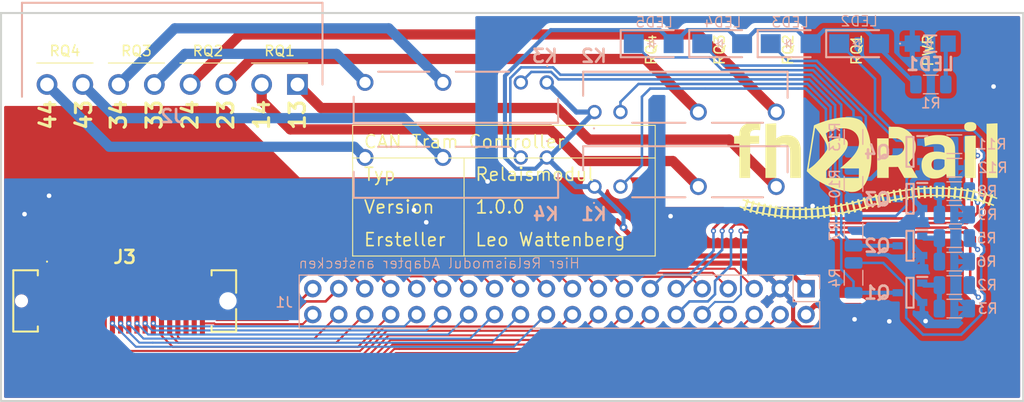
<source format=kicad_pcb>
(kicad_pcb (version 20241229) (generator "pcbnew") (generator_version "9.0")
  (layers (0 "F.Cu" signal) (2 "B.Cu" signal) (13 "F.Paste" user) (15 "B.Paste" user) (5 "F.SilkS" user "F.Silkscreen") (7 "B.SilkS" user "B.Silkscreen") (1 "F.Mask" user) (3 "B.Mask" user) (25 "Edge.Cuts" user))
  (net 0 "")
  (net 1 "Net-(K1-COM)")
  (net 2 "Net-(K3-NO)")
  (net 3 "Net-(K2-COM)")
  (net 4 "Net-(K4-NO)")
  (net 5 "Net-(K4-COM)")
  (net 6 "Net-(K2-NO)")
  (net 7 "Net-(K3-COM)")
  (net 8 "Net-(K1-NO)")
  (net 13 "Net-(K1-COIL_2)")
  (net 14 "Net-(LED3-Pad1)")
  (net 15 "Net-(LED4-Pad1)")
  (net 16 "Net-(LED5-Pad1)")
  (net 17 "Net-(Q1-G)")
  (net 18 "Net-(Q3-G)")
  (net 19 "Net-(Q4-G)")
  (net 20 "+3V3D")
  (net 21 "/CIPO")
  (net 22 "/COPI")
  (net 23 "/INT")
  (net 24 "/RQ1")
  (net 25 "GNDD")
  (net 26 "/SCK")
  (net 27 "+5VD")
  (net 28 "Net-(J1-Pin_34)")
  (net 29 "Net-(J1-Pin_23)")
  (net 30 "Net-(J1-Pin_28)")
  (net 31 "Net-(J1-Pin_15)")
  (net 32 "Net-(J1-Pin_22)")
  (net 33 "Net-(J1-Pin_16)")
  (net 34 "Net-(J1-Pin_35)")
  (net 35 "Net-(J1-Pin_24)")
  (net 36 "Net-(J1-Pin_17)")
  (net 37 "/SCL")
  (net 38 "/EN")
  (net 39 "Net-(J1-Pin_32)")
  (net 40 "Net-(J1-Pin_38)")
  (net 41 "Net-(J1-Pin_21)")
  (net 42 "Net-(J1-Pin_29)")
  (net 43 "Net-(J1-Pin_36)")
  (net 44 "Net-(J1-Pin_26)")
  (net 45 "Net-(J1-Pin_31)")
  (net 46 "Net-(J1-Pin_18)")
  (net 47 "Net-(J1-Pin_37)")
  (net 48 "Net-(J1-Pin_20)")
  (net 49 "Net-(J1-Pin_19)")
  (net 50 "Net-(J1-Pin_27)")
  (net 51 "Net-(J1-Pin_14)")
  (net 52 "Net-(J1-Pin_30)")
  (net 53 "/SDA")
  (net 54 "Net-(J1-Pin_33)")
  (net 55 "Net-(J1-Pin_39)")
  (net 56 "Net-(J1-Pin_25)")
  (net 57 "Net-(K2-COIL_2)")
  (net 58 "Net-(K3-COIL_2)")
  (net 59 "Net-(K4-COIL_2)")
  (net 60 "Net-(LED1-Pad2)")
  (net 61 "Net-(LED2-Pad1)")
  (net 62 "Net-(Q2-G)")
  (net 63 "/RQ2")
  (net 64 "/RQ3")
  (net 65 "/RQ4")
  (footprint "SamacSys_Parts:658855603040" (layer "F.Cu") (at 112.1 95.2)
    (property "Reference" "J3")
    (property "Value" "658855603040" (hide yes))
  )
  (footprint "SamacSys_Parts:fh2rail_Logo" (layer "F.Cu") (at 184.6 82.2)
    (property "Reference" "G***" (hide yes))
    (property "Value" "LOGO" (hide yes))
  )
  (footprint "SamacSys_Parts:LEDC5017X140N" (layer "B.Cu") (at 183.95 70)
    (property "Reference" "LED2")
    (property "Value" "156120YS75000" (hide yes))
  )
  (footprint "Resistor_SMD:R_1206_3216Metric" (layer "B.Cu") (at 183.4 92.9375 -90)
    (property "Reference" "R4")
    (property "Value" "470")
  )
  (footprint "Resistor_SMD:R_1206_3216Metric" (layer "B.Cu") (at 193.2625 84.45 180)
    (property "Reference" "R8")
    (property "Value" "100")
  )
  (footprint "Resistor_SMD:R_1206_3216Metric" (layer "B.Cu") (at 193.2625 86.75)
    (property "Reference" "R9")
    (property "Value" "10k")
  )
  (footprint "Resistor_SMD:R_1206_3216Metric" (layer "B.Cu") (at 190.9625 74)
    (property "Reference" "R1")
    (property "Value" "470")
  )
  (footprint "Resistor_SMD:R_1206_3216Metric" (layer "B.Cu") (at 183.4 83.7375 -90)
    (property "Reference" "R10")
    (property "Value" "470")
  )
  (footprint "SamacSys_Parts:SHDRRA8W80P0X350_1X8_2940X920X690P" (layer "B.Cu") (at 129 74 180)
    (property "Reference" "J2")
    (property "Value" "39502-1008" (hide yes))
  )
  (footprint "Connector_PinSocket_2.54mm:PinSocket_2x20_P2.54mm_Vertical" (layer "B.Cu") (at 178.76 94 90)
    (property "Reference" "J1")
    (property "Value" "Conn_02x20_Odd_Even")
  )
  (footprint "SamacSys_Parts:156120GS75000" (layer "B.Cu") (at 190.9 70)
    (property "Reference" "LED1")
    (property "Value" "156120GS75000" (hide yes))
  )
  (footprint "SamacSys_Parts:PCN105D3MHZ" (layer "B.Cu") (at 153.39 73.8 180)
    (property "Reference" "K3")
    (property "Value" "PCN-105D3MHZ" (hide yes))
  )
  (footprint "SamacSys_Parts:LEDC5017X140N" (layer "B.Cu") (at 163.85 70)
    (property "Reference" "LED5")
    (property "Value" "156120YS75000" (hide yes))
  )
  (footprint "SamacSys_Parts:SOT95P240X120-3N" (layer "B.Cu") (at 188.925 94.4 180)
    (property "Reference" "Q1")
    (property "Value" "2N7002K" (hide yes))
  )
  (footprint "Resistor_SMD:R_1206_3216Metric" (layer "B.Cu") (at 193.2625 91.35)
    (property "Reference" "R6")
    (property "Value" "10k")
  )
  (footprint "SamacSys_Parts:LEDC5017X140N" (layer "B.Cu") (at 170.55 70)
    (property "Reference" "LED4")
    (property "Value" "156120YS75000" (hide yes))
  )
  (footprint "SamacSys_Parts:SOT95P240X120-3N" (layer "B.Cu") (at 188.925 85.2 180)
    (property "Reference" "Q3")
    (property "Value" "2N7002K" (hide yes))
  )
  (footprint "Resistor_SMD:R_1206_3216Metric" (layer "B.Cu") (at 193.2625 93.65)
    (property "Reference" "R2")
    (property "Value" "100")
  )
  (footprint "Resistor_SMD:R_1206_3216Metric" (layer "B.Cu") (at 193.2625 89.05 180)
    (property "Reference" "R5")
    (property "Value" "100")
  )
  (footprint "SamacSys_Parts:PCN105D3MHZ" (layer "B.Cu") (at 153.39 81.15 180)
    (property "Reference" "K4")
    (property "Value" "PCN-105D3MHZ" (hide yes))
  )
  (footprint "SamacSys_Parts:PCN105D3MHZ" (layer "B.Cu") (at 158.06 76.7)
    (property "Reference" "K2")
    (property "Value" "PCN-105D3MHZ" (hide yes))
  )
  (footprint "Resistor_SMD:R_1206_3216Metric" (layer "B.Cu") (at 183.4 88.3375 -90)
    (property "Reference" "R7")
    (property "Value" "470")
  )
  (footprint "SamacSys_Parts:PCN105D3MHZ" (layer "B.Cu") (at 158.06 84)
    (property "Reference" "K1")
    (property "Value" "PCN-105D3MHZ" (hide yes))
  )
  (footprint "Resistor_SMD:R_1206_3216Metric" (layer "B.Cu") (at 193.2625 95.95)
    (property "Reference" "R3")
    (property "Value" "10k")
  )
  (footprint "Resistor_SMD:R_1206_3216Metric" (layer "B.Cu") (at 193.2625 79.85 180)
    (property "Reference" "R11")
    (property "Value" "100")
  )
  (footprint "Resistor_SMD:R_1206_3216Metric" (layer "B.Cu") (at 193.2625 82.15)
    (property "Reference" "R12")
    (property "Value" "10k")
  )
  (footprint "Resistor_SMD:R_1206_3216Metric" (layer "B.Cu") (at 183.4 79.1375 -90)
    (property "Reference" "R13")
    (property "Value" "470")
  )
  (footprint "SamacSys_Parts:LEDC5017X140N" (layer "B.Cu") (at 177.25 70)
    (property "Reference" "LED3")
    (property "Value" "156120YS75000" (hide yes))
  )
  (footprint "SamacSys_Parts:SOT95P240X120-3N" (layer "B.Cu") (at 188.925 89.8 180)
    (property "Reference" "Q2")
    (property "Value" "2N7002K" (hide yes))
  )
  (footprint "SamacSys_Parts:SOT95P240X120-3N" (layer "B.Cu") (at 188.925 80.6 180)
    (property "Reference" "Q4")
    (property "Value" "2N7002K" (hide yes))
  )
  (gr_line (start 103.5 71.9) (end 109 71.9) (stroke (width 0.1)) (layer "F.SilkS"))
  (gr_line (start 117.5 71.9) (end 123 71.9) (stroke (width 0.1)) (layer "F.SilkS"))
  (gr_line (start 110.5 71.9) (end 116 71.9) (stroke (width 0.1)) (layer "F.SilkS"))
  (gr_line (start 124.5 71.9) (end 130 71.9) (stroke (width 0.1)) (layer "F.SilkS"))
  (gr_rect (start 100 67) (end 200 105) (stroke (width 0.2)) (fill no) (layer "Edge.Cuts"))
  (gr_text "PWR" (at 190.7 69 90) (layer "F.SilkS") (effects (font (size 1 1)) (justify right)))
  (gr_text "RQ1" (at 183.7 69 90) (layer "F.SilkS") (effects (font (size 1 1)) (justify right)))
  (gr_text "23" (at 122 78.6 90) (layer "F.SilkS") (effects (font (size 1.5 1.5) (thickness 0.3) (bold yes)) (justify left)))
  (gr_text "14" (at 125.5 78.6 90) (layer "F.SilkS") (effects (font (size 1.5 1.5) (thickness 0.3) (bold yes)) (justify left)))
  (gr_text "RQ3" (at 113.25 71.3 0) (layer "F.SilkS") (effects (font (size 1 1)) (justify bottom)))
  (gr_text "24" (at 118.5 78.6 90) (layer "F.SilkS") (effects (font (size 1.5 1.5) (thickness 0.3) (bold yes)) (justify left)))
  (gr_text "13" (at 129 78.6 90) (layer "F.SilkS") (effects (font (size 1.5 1.5) (thickness 0.3) (bold yes)) (justify left)))
  (gr_text "RQ4" (at 106.25 71.3 0) (layer "F.SilkS") (effects (font (size 1 1)) (justify bottom)))
  (gr_text "RQ1" (at 127.25 71.3 0) (layer "F.SilkS") (effects (font (size 1 1)) (justify bottom)))
  (gr_text "44" (at 104.6 78.6 90) (layer "F.SilkS") (effects (font (size 1.5 1.5) (thickness 0.3) (bold yes)) (justify left)))
  (gr_text "43" (at 108.1 78.6 90) (layer "F.SilkS") (effects (font (size 1.5 1.5) (thickness 0.3) (bold yes)) (justify left)))
  (gr_text "RQ2" (at 177 69 90) (layer "F.SilkS") (effects (font (size 1 1)) (justify right)))
  (gr_text "RQ4" (at 163.6 69 90) (layer "F.SilkS") (effects (font (size 1 1)) (justify right)))
  (gr_text "RQ3" (at 170.3 69 90) (layer "F.SilkS") (effects (font (size 1 1)) (justify right)))
  (gr_text "33" (at 115 78.6 90) (layer "F.SilkS") (effects (font (size 1.5 1.5) (thickness 0.3) (bold yes)) (justify left)))
  (gr_text "RQ2" (at 120.25 71.3 0) (layer "F.SilkS") (effects (font (size 1 1)) (justify bottom)))
  (gr_text "34" (at 111.5 78.6 90) (layer "F.SilkS") (effects (font (size 1.5 1.5) (thickness 0.3) (bold yes)) (justify left)))
  (gr_text "Hier Relaismodul Adapter anstecken" (at 156.7 92.1 0) (layer "B.SilkS") (effects (font (size 1 1) (thickness 0.1)) (justify left bottom mirror)))
  (table (column_count 2) (layer "F.SilkS") (border (external yes) (header yes) (stroke (width 0.1))) (separators (rows no) (cols yes) (stroke (width 0.1))) (column_widths 10.9 18.7) (row_heights 3.2 3.2 3.2 3.2) (cells (table_cell "CAN Tram Controller" (start 134.4 78) (end 164 81.2) (margins 1.0025 1.0025 1.0025 1.0025) (span 2 1) (layer "F.SilkS") (effects (font (size 1.27 1.27)) (justify left))) (table_cell "" (start 145.3 78) (end 164 81.2) (margins 1.0025 1.0025 1.0025 1.0025) (span 0 0) (layer "F.SilkS") (effects (font (size 1.27 1.27)) (justify left))) (table_cell "Typ" (start 134.4 81.2) (end 145.3 84.4) (margins 1.0025 1.0025 1.0025 1.0025) (span 1 1) (layer "F.SilkS") (effects (font (size 1.27 1.27)) (justify left))) (table_cell "Relaismodul" (start 145.3 81.2) (end 164 84.4) (margins 1.0025 1.0025 1.0025 1.0025) (span 1 1) (layer "F.SilkS") (effects (font (size 1.27 1.27)) (justify left))) (table_cell "Version" (start 134.4 84.4) (end 145.3 87.6) (margins 1.0025 1.0025 1.0025 1.0025) (span 1 1) (layer "F.SilkS") (effects (font (size 1.27 1.27)) (justify left))) (table_cell "1.0.0" (start 145.3 84.4) (end 164 87.6) (margins 1.0025 1.0025 1.0025 1.0025) (span 1 1) (layer "F.SilkS") (effects (font (size 1.27 1.27)) (justify left))) (table_cell "Ersteller" (start 134.4 87.6) (end 145.3 90.8) (margins 1.0025 1.0025 1.0025 1.0025) (span 1 1) (layer "F.SilkS") (effects (font (size 1.27 1.27)) (justify left))) (table_cell "Leo Wattenberg" (start 145.3 87.6) (end 164 90.8) (margins 1.0025 1.0025 1.0025 1.0025) (span 1 1) (layer "F.SilkS") (effects (font (size 1.27 1.27)) (justify left)))))
  (segment (start 168.22 84) (end 165.72 81.5) (width 1) (layer "F.Cu") (net 1))
  (segment (start 156.8 81.5) (end 153.7 78.4) (width 1) (layer "F.Cu") (net 1))
  (segment (start 153.7 78.4) (end 128.3 78.4) (width 1) (layer "F.Cu") (net 1))
  (segment (start 165.72 81.5) (end 156.8 81.5) (width 1) (layer "F.Cu") (net 1))
  (segment (start 125.5 75.6) (end 125.5 74) (width 1) (layer "F.Cu") (net 1))
  (segment (start 128.3 78.4) (end 125.5 75.6) (width 1) (layer "F.Cu") (net 1))
  (segment (start 132.81 71) (end 118 71) (width 1) (layer "B.Cu") (net 2))
  (segment (start 118 71) (end 115 74) (width 1) (layer "B.Cu") (net 2))
  (segment (start 135.61 73.8) (end 132.81 71) (width 1) (layer "B.Cu") (net 2))
  (segment (start 124.5 71.5) (end 122 74) (width 1) (layer "F.Cu") (net 3))
  (segment (start 168.22 76.7) (end 163.02 71.5) (width 1) (layer "F.Cu") (net 3))
  (segment (start 163.02 71.5) (end 124.5 71.5) (width 1) (layer "F.Cu") (net 3))
  (segment (start 135.61 81.15) (end 134.56 80.1) (width 1) (layer "B.Cu") (net 4))
  (segment (start 110.6 80.1) (end 104.5 74) (width 1) (layer "B.Cu") (net 4))
  (segment (start 134.56 80.1) (end 110.6 80.1) (width 1) (layer "B.Cu") (net 4))
  (segment (start 111.3 77.3) (end 108 74) (width 1) (layer "B.Cu") (net 5))
  (segment (start 139.38 77.3) (end 111.3 77.3) (width 1) (layer "B.Cu") (net 5))
  (segment (start 143.23 81.15) (end 139.38 77.3) (width 1) (layer "B.Cu") (net 5))
  (segment (start 123.4 69.1) (end 118.5 74) (width 1) (layer "F.Cu") (net 6))
  (segment (start 168.24 69.1) (end 123.4 69.1) (width 1) (layer "F.Cu") (net 6))
  (segment (start 175.84 76.7) (end 168.24 69.1) (width 1) (layer "F.Cu") (net 6))
  (segment (start 143.23 73.8) (end 137.93 68.5) (width 1) (layer "B.Cu") (net 7))
  (segment (start 137.93 68.5) (end 117 68.5) (width 1) (layer "B.Cu") (net 7))
  (segment (start 117 68.5) (end 111.5 74) (width 1) (layer "B.Cu") (net 7))
  (segment (start 175.84 84) (end 171.24 79.4) (width 1) (layer "F.Cu") (net 8))
  (segment (start 154.4 76.3) (end 131.3 76.3) (width 1) (layer "F.Cu") (net 8))
  (segment (start 171.24 79.4) (end 157.5 79.4) (width 1) (layer "F.Cu") (net 8))
  (segment (start 129 73.6) (end 129 74) (width 1) (layer "F.Cu") (net 8))
  (segment (start 131.3 76.3) (end 129 74) (width 1) (layer "F.Cu") (net 8))
  (segment (start 157.5 79.4) (end 154.4 76.3) (width 1) (layer "F.Cu") (net 8))
  (segment (start 180.7 76.39938) (end 178.70062 74.4) (width 0.25) (layer "B.Cu") (net 13))
  (segment (start 163.5 74.4) (end 162.7 75.2) (width 0.25) (layer "B.Cu") (net 13))
  (segment (start 183.4 93.3) (end 182.2 92.1) (width 0.25) (layer "B.Cu") (net 13))
  (segment (start 162.7 81.9) (end 160.6 84) (width 0.25) (layer "B.Cu") (net 13))
  (segment (start 178 74.4) (end 168.89224 74.4) (width 0.25) (layer "B.Cu") (net 13))
  (segment (start 181.7 88.7) (end 181.7 84.8) (width 0.25) (layer "B.Cu") (net 13))
  (segment (start 162.7 75.2) (end 162.7 81.9) (width 0.25) (layer "B.Cu") (net 13))
  (segment (start 178.70062 74.4) (end 178 74.4) (width 0.25) (layer "B.Cu") (net 13))
  (segment (start 182.2 92.1) (end 182.2 89.2) (width 0.25) (layer "B.Cu") (net 13))
  (segment (start 187.725 94.4) (end 183.4 94.4) (width 0.4) (layer "B.Cu") (net 13))
  (segment (start 180.7 83.8) (end 180.7 76.39938) (width 0.25) (layer "B.Cu") (net 13))
  (segment (start 183.4 94.4) (end 183.4 93.3) (width 0.25) (layer "B.Cu") (net 13))
  (segment (start 182.2 89.2) (end 181.7 88.7) (width 0.25) (layer "B.Cu") (net 13))
  (segment (start 181.7 84.8) (end 180.7 83.8) (width 0.25) (layer "B.Cu") (net 13))
  (segment (start 168.89224 74.4) (end 163.5 74.4) (width 0.25) (layer "B.Cu") (net 13))
  (segment (start 188.8 83.009827) (end 188.599 83.210827) (width 0.25) (layer "B.Cu") (net 14))
  (segment (start 188.2 79.5) (end 188.8 80.1) (width 0.25) (layer "B.Cu") (net 14))
  (segment (start 187.6 79.5) (end 188.2 79.5) (width 0.25) (layer "B.Cu") (net 14))
  (segment (start 185.051 76.93059) (end 185.051 76.951) (width 0.25) (layer "B.Cu") (net 14))
  (segment (start 188.6 85.290173) (end 188.6 85.827) (width 0.25) (layer "B.Cu") (net 14))
  (segment (start 188.8 80.1) (end 188.8 83.009827) (width 0.25) (layer "B.Cu") (net 14))
  (segment (start 176.997 71.697) (end 179.81741 71.697) (width 0.25) (layer "B.Cu") (net 14))
  (segment (start 185.051 76.951) (end 187.6 79.5) (width 0.25) (layer "B.Cu") (net 14))
  (segment (start 179.81741 71.697) (end 185.051 76.93059) (width 0.25) (layer "B.Cu") (net 14))
  (segment (start 188.6 85.827) (end 187.552 86.875) (width 0.25) (layer "B.Cu") (net 14))
  (segment (start 188.599 83.210827) (end 188.599 85.289173) (width 0.25) (layer "B.Cu") (net 14))
  (segment (start 175.3 70) (end 176.997 71.697) (width 0.25) (layer "B.Cu") (net 14))
  (segment (start 188.599 85.289173) (end 188.6 85.290173) (width 0.25) (layer "B.Cu") (net 14))
  (segment (start 187.552 86.875) (end 183.4 86.875) (width 0.25) (layer "B.Cu") (net 14))
  (segment (start 169.499 70.899) (end 169.500414 70.899) (width 0.25) (layer "B.Cu") (net 15))
  (segment (start 170.749414 72.148) (end 179.6306 72.148) (width 0.25) (layer "B.Cu") (net 15))
  (segment (start 184.275 82.275) (end 183.4 82.275) (width 0.25) (layer "B.Cu") (net 15))
  (segment (start 184.601 81.949) (end 184.275 82.275) (width 0.25) (layer "B.Cu") (net 15))
  (segment (start 179.6306 72.148) (end 184.6 77.1174) (width 0.25) (layer "B.Cu") (net 15))
  (segment (start 184.6 78.53781) (end 184.601 78.53881) (width 0.25) (layer "B.Cu") (net 15))
  (segment (start 168.6 70) (end 169.499 70.899) (width 0.25) (layer "B.Cu") (net 15))
  (segment (start 184.601 78.53881) (end 184.601 81.949) (width 0.25) (layer "B.Cu") (net 15))
  (segment (start 184.6 77.1174) (end 184.6 78.53781) (width 0.25) (layer "B.Cu") (net 15))
  (segment (start 169.500414 70.899) (end 170.749414 72.148) (width 0.25) (layer "B.Cu") (net 15))
  (segment (start 169.313604 71.35) (end 163.3 71.35) (width 0.25) (layer "B.Cu") (net 16))
  (segment (start 170.562604 72.599) (end 169.313604 71.35) (width 0.25) (layer "B.Cu") (net 16))
  (segment (start 179.445204 72.599) (end 170.562604 72.599) (width 0.25) (layer "B.Cu") (net 16))
  (segment (start 161.95 70) (end 161.9 70) (width 0.25) (layer "B.Cu") (net 16))
  (segment (start 183.4 77.675) (end 183.4 76.553796) (width 0.25) (layer "B.Cu") (net 16))
  (segment (start 183.4 76.553796) (end 179.445204 72.599) (width 0.25) (layer "B.Cu") (net 16))
  (segment (start 163.3 71.35) (end 161.95 70) (width 0.25) (layer "B.Cu") (net 16))
  (segment (start 190.325 93.65) (end 190.125 93.45) (width 0.5) (layer "B.Cu") (net 17))
  (segment (start 191.8 93.65) (end 190.325 93.65) (width 0.5) (layer "B.Cu") (net 17))
  (segment (start 191.8 95.95) (end 191.8 93.65) (width 0.5) (layer "B.Cu") (net 17))
  (segment (start 190.325 84.45) (end 190.125 84.25) (width 0.5) (layer "B.Cu") (net 18))
  (segment (start 191.8 84.45) (end 190.325 84.45) (width 0.5) (layer "B.Cu") (net 18))
  (segment (start 191.8 84.45) (end 191.8 86.75) (width 0.5) (layer "B.Cu") (net 18))
  (segment (start 190.325 79.85) (end 190.125 79.65) (width 0.5) (layer "B.Cu") (net 19))
  (segment (start 191.8 79.85) (end 191.8 82.15) (width 0.5) (layer "B.Cu") (net 19))
  (segment (start 191.8 79.85) (end 190.325 79.85) (width 0.5) (layer "B.Cu") (net 19))
  (segment (start 109.299999 103.699999) (end 104.5 98.9) (width 0.5) (layer "F.Cu") (net 20))
  (segment (start 184.8 98.1) (end 183.9 99) (width 0.5) (layer "F.Cu") (net 20))
  (segment (start 184.8 96.4) (end 184.8 98.1) (width 0.5) (layer "F.Cu") (net 20))
  (segment (start 183.9 99) (end 181.5 101.4) (width 0.5) (layer "F.Cu") (net 20))
  (segment (start 179.61 95.65) (end 184.05 95.65) (width 0.5) (layer "F.Cu") (net 20))
  (segment (start 184.05 95.65) (end 184.8 96.4) (width 0.5) (layer "F.Cu") (net 20))
  (segment (start 139.2 101.4) (end 136.900001 103.699999) (width 0.5) (layer "F.Cu") (net 20))
  (segment (start 178.76 96.5) (end 179.61 95.65) (width 0.5) (layer "F.Cu") (net 20))
  (segment (start 163.5 101.4) (end 139.2 101.4) (width 0.5) (layer "F.Cu") (net 20))
  (segment (start 136.900001 103.699999) (end 109.299999 103.699999) (width 0.5) (layer "F.Cu") (net 20))
  (segment (start 181.5 101.4) (end 163.5 101.4) (width 0.5) (layer "F.Cu") (net 20))
  (segment (start 104.5 97.4) (end 104.5 97.5) (width 0.2) (layer "F.Cu") (net 20))
  (segment (start 104.5 98.9) (end 104.5 97.4) (width 0.5) (layer "F.Cu") (net 20))
  (segment (start 159.490199 88.796) (end 151.594356 88.796) (width 0.2) (layer "F.Cu") (net 21))
  (segment (start 162.742199 92.048) (end 159.490199 88.796) (width 0.2) (layer "F.Cu") (net 21))
  (segment (start 150.598582 88.795998) (end 150.59858 88.796) (width 0.2) (layer "F.Cu") (net 21))
  (segment (start 136.120319 86.494998) (end 136.120316 86.495001) (width 0.2) (layer "F.Cu") (net 21))
  (segment (start 106.1 91.8) (end 106.1 93) (width 0.2) (layer "F.Cu") (net 21))
  (segment (start 111.871213 86.496001) (end 111.403999 86.496001) (width 0.2) (layer "F.Cu") (net 21))
  (segment (start 137.447465 86.495001) (end 137.447461 86.494998) (width 0.2) (layer "F.Cu") (net 21))
  (segment (start 150.59858 88.796) (end 141.724196 88.796) (width 0.2) (layer "F.Cu") (net 21))
  (segment (start 111.403999 86.496001) (end 106.1 91.8) (width 0.2) (layer "F.Cu") (net 21))
  (segment (start 111.872214 86.495) (end 111.871213 86.496001) (width 0.2) (layer "F.Cu") (net 21))
  (segment (start 137.447461 86.494998) (end 136.120319 86.494998) (width 0.2) (layer "F.Cu") (net 21))
  (segment (start 139.423196 86.495002) (end 137.447465 86.495001) (width 0.2) (layer "F.Cu") (net 21))
  (segment (start 151.594354 88.795998) (end 150.598582 88.795998) (width 0.2) (layer "F.Cu") (net 21))
  (segment (start 151.594356 88.796) (end 151.594354 88.795998) (width 0.2) (layer "F.Cu") (net 21))
  (segment (start 136.120316 86.495001) (end 111.872214 86.495) (width 0.2) (layer "F.Cu") (net 21))
  (segment (start 173.68 93.96) (end 171.768 92.048) (width 0.2) (layer "F.Cu") (net 21))
  (segment (start 141.724196 88.796) (end 139.423196 86.495002) (width 0.2) (layer "F.Cu") (net 21))
  (segment (start 171.768 92.048) (end 162.742199 92.048) (width 0.2) (layer "F.Cu") (net 21))
  (segment (start 174.629 98.091) (end 172.018 100.702) (width 0.2) (layer "F.Cu") (net 22))
  (segment (start 138.799864 100.702) (end 136.545864 102.956) (width 0.2) (layer "F.Cu") (net 22))
  (segment (start 105.3 98.8) (end 105.3 97.4) (width 0.2) (layer "F.Cu") (net 22))
  (segment (start 172.018 100.702) (end 162.990785 100.702) (width 0.2) (layer "F.Cu") (net 22))
  (segment (start 162.990785 100.702) (end 138.799864 100.702) (width 0.2) (layer "F.Cu") (net 22))
  (segment (start 136.545864 102.956) (end 109.456 102.956) (width 0.2) (layer "F.Cu") (net 22))
  (segment (start 176.22 96.5) (end 174.629 98.091) (width 0.2) (layer "F.Cu") (net 22))
  (segment (start 109.456 102.956) (end 105.3 98.8) (width 0.2) (layer "F.Cu") (net 22))
  (segment (start 112.037899 86.895001) (end 136.286002 86.895001) (width 0.2) (layer "F.Cu") (net 23))
  (segment (start 106.9 91.8) (end 111.803999 86.896001) (width 0.2) (layer "F.Cu") (net 23))
  (segment (start 137.28178 86.895001) (end 139.25751 86.895002) (width 0.2) (layer "F.Cu") (net 23))
  (segment (start 136.286005 86.894998) (end 137.281776 86.894998) (width 0.2) (layer "F.Cu") (net 23))
  (segment (start 139.25751 86.895002) (end 141.55851 89.196) (width 0.2) (layer "F.Cu") (net 23))
  (segment (start 141.55851 89.196) (end 159.3231 89.196) (width 0.2) (layer "F.Cu") (net 23))
  (segment (start 162.5751 92.448) (end 169.628 92.448) (width 0.2) (layer "F.Cu") (net 23))
  (segment (start 159.3231 89.196) (end 162.5751 92.448) (width 0.2) (layer "F.Cu") (net 23))
  (segment (start 112.036899 86.896001) (end 112.037899 86.895001) (width 0.2) (layer "F.Cu") (net 23))
  (segment (start 169.628 92.448) (end 171.14 93.96) (width 0.2) (layer "F.Cu") (net 23))
  (segment (start 111.803999 86.896001) (end 112.036899 86.896001) (width 0.2) (layer "F.Cu") (net 23))
  (segment (start 137.281776 86.894998) (end 137.28178 86.895001) (width 0.2) (layer "F.Cu") (net 23))
  (segment (start 136.286002 86.895001) (end 136.286005 86.894998) (width 0.2) (layer "F.Cu") (net 23))
  (segment (start 106.9 93) (end 106.9 91.8) (width 0.2) (layer "F.Cu") (net 23))
  (segment (start 172.762399 88.473001) (end 194.135191 88.473001) (width 0.25) (layer "F.Cu") (net 24))
  (segment (start 194.135191 88.473001) (end 194.815526 89.153336) (width 0.25) (layer "F.Cu") (net 24))
  (segment (start 194.815526 94.040767) (end 195.61195 94.837191) (width 0.25) (layer "F.Cu") (net 24))
  (segment (start 172.388068 88.348001) (end 172.512068 88.472001) (width 0.25) (layer "F.Cu") (net 24))
  (segment (start 194.815526 89.153336) (end 194.815526 94.040767) (width 0.25) (layer "F.Cu") (net 24))
  (segment (start 172.761399 88.472001) (end 172.762399 88.473001) (width 0.25) (layer "F.Cu") (net 24))
  (segment (start 172.512068 88.472001) (end 172.761399 88.472001) (width 0.25) (layer "F.Cu") (net 24))
  (via (at 172.388068 88.348001) (size 0.5) (drill 0.25) (layers "F.Cu" "B.Cu") (net 24))
  (via (at 195.61195 94.837191) (size 0.5) (drill 0.25) (layers "F.Cu" "B.Cu") (net 24))
  (segment (start 172.388068 94.561932) (end 171.65 95.3) (width 0.2) (layer "B.Cu") (net 24))
  (segment (start 169.84 95.3) (end 168.6 96.54) (width 0.2) (layer "B.Cu") (net 24))
  (segment (start 195.2875 94.512741) (end 195.61195 94.837191) (width 0.25) (layer "B.Cu") (net 24))
  (segment (start 171.65 95.3) (end 169.84 95.3) (width 0.2) (layer "B.Cu") (net 24))
  (segment (start 195.2875 94.2125) (end 195.2875 94.512741) (width 0.25) (layer "B.Cu") (net 24))
  (segment (start 172.388068 88.348001) (end 172.388068 94.561932) (width 0.2) (layer "B.Cu") (net 24))
  (segment (start 194.725 93.65) (end 195.2875 94.2125) (width 0.25) (layer "B.Cu") (net 24))
  (segment (start 150.689361 88.052843) (end 142.601725 88.052843) (width 0.5) (layer "F.Cu") (net 25))
  (segment (start 176.22 93.96) (end 173.758 91.498) (width 0.5) (layer "F.Cu") (net 25))
  (segment (start 159.52286 88.050843) (end 151.851991 88.050843) (width 0.5) (layer "F.Cu") (net 25))
  (segment (start 176.22 93.96) (end 177.488399 95.228399) (width 0.4) (layer "F.Cu") (net 25))
  (segment (start 141.6 87.5) (end 140.4 86.3) (width 0.5) (layer "F.Cu") (net 25))
  (segment (start 140.044001 85.944001) (end 111.176768 85.944) (width 0.5) (layer "F.Cu") (net 25))
  (segment (start 111.176768 85.944) (end 105.3 91.820768) (width 0.5) (layer "F.Cu") (net 25))
  (segment (start 162.970017 91.498) (end 159.52286 88.050843) (width 0.5) (layer "F.Cu") (net 25))
  (segment (start 150.689363 88.052845) (end 150.689361 88.052843) (width 0.5) (layer "F.Cu") (net 25))
  (segment (start 105.3 91.820768) (end 105.3 93) (width 0.5) (layer "F.Cu") (net 25))
  (segment (start 142.150843 88.050843) (end 141.6 87.5) (width 0.5) (layer "F.Cu") (net 25))
  (segment (start 142.601725 88.052843) (end 142.599725 88.050843) (width 0.5) (layer "F.Cu") (net 25))
  (segment (start 105.3 93) (end 105.3 95.05) (width 0.5) (layer "F.Cu") (net 25))
  (segment (start 140.4 86.3) (end 140.044001 85.944001) (width 0.5) (layer "F.Cu") (net 25))
  (segment (start 177.488399 97.037581) (end 178.241818 97.791) (width 0.4) (layer "F.Cu") (net 25))
  (segment (start 151.851991 88.050843) (end 151.84999 88.052842) (width 0.5) (layer "F.Cu") (net 25))
  (segment (start 182.709 97.791) (end 183.5 97) (width 0.4) (layer "F.Cu") (net 25))
  (segment (start 142.599725 88.050843) (end 142.150843 88.050843) (width 0.5) (layer "F.Cu") (net 25))
  (segment (start 151.84999 88.052842) (end 150.689363 88.052845) (width 0.5) (layer "F.Cu") (net 25))
  (segment (start 173.758 91.498) (end 162.970017 91.498) (width 0.5) (layer "F.Cu") (net 25))
  (segment (start 177.488399 95.228399) (end 177.488399 97.037581) (width 0.4) (layer "F.Cu") (net 25))
  (segment (start 178.241818 97.791) (end 182.709 97.791) (width 0.4) (layer "F.Cu") (net 25))
  (via (at 165.5 86.9) (size 1) (drill 0.45) (layers "F.Cu" "B.Cu") (net 25))
  (via (at 183.5 97) (size 1) (drill 0.45) (layers "F.Cu" "B.Cu") (net 25))
  (via (at 179.4 85.9) (size 1) (drill 0.45) (layers "F.Cu" "B.Cu") (net 25))
  (via (at 141.6 87.5) (size 1) (drill 0.45) (layers "F.Cu" "B.Cu") (net 25))
  (via (at 197.1 74.2) (size 1) (drill 0.45) (layers "F.Cu" "B.Cu") (net 25))
  (via (at 147.6 83.5) (size 1) (drill 0.45) (layers "F.Cu" "B.Cu") (net 25))
  (via (at 190.45 97.177129) (size 1) (drill 0.45) (layers "F.Cu" "B.Cu") (net 25))
  (via (at 140.4 86.3) (size 1) (drill 0.45) (layers "F.Cu" "B.Cu") (net 25))
  (via (at 104.7 84.9) (size 1) (drill 0.45) (layers "F.Cu" "B.Cu") (net 25))
  (via (at 102.3 86.7) (size 1) (drill 0.45) (layers "F.Cu" "B.Cu") (net 25))
  (via (at 186.9 97.2) (size 1) (drill 0.45) (layers "F.Cu" "B.Cu") (net 25))
  (segment (start 194.725 82.15) (end 193.7115 83.1635) (width 0.5) (layer "B.Cu") (net 25))
  (segment (start 193.7115 87.7635) (end 193.7115 90.3365) (width 0.5) (layer "B.Cu") (net 25))
  (segment (start 189.174 85.051) (end 189.174 83.449) (width 0.5) (layer "B.Cu") (net 25))
  (segment (start 190.125 86.15) (end 189.375 85.4) (width 0.5) (layer "B.Cu") (net 25))
  (segment (start 190.125 96.852129) (end 190.45 97.177129) (width 0.4) (layer "B.Cu") (net 25))
  (segment (start 194.725 95.95) (end 193.399 97.276) (width 0.5) (layer "B.Cu") (net 25))
  (segment (start 190.125 82.498) (end 190.125 81.55) (width 0.5) (layer "B.Cu") (net 25))
  (segment (start 193.7115 92.3635) (end 193.7115 94.9365) (width 0.5) (layer "B.Cu") (net 25))
  (segment (start 193.7115 83.1635) (end 193.7115 85.7365) (width 0.5) (layer "B.Cu") (net 25))
  (segment (start 190.125 95.35) (end 190.125 96.852129) (width 0.4) (layer "B.Cu") (net 25))
  (segment (start 189.174 89.799) (end 189.174 87.101) (width 0.5) (layer "B.Cu") (net 25))
  (segment (start 194.725 86.75) (end 193.7115 87.7635) (width 0.5) (layer "B.Cu") (net 25))
  (segment (start 193.7115 85.7365) (end 194.725 86.75) (width 0.5) (layer "B.Cu") (net 25))
  (segment (start 193.7115 94.9365) (end 194.725 95.95) (width 0.5) (layer "B.Cu") (net 25))
  (segment (start 190.125 96.210792) (end 190.125 95.35) (width 0.5) (layer "B.Cu") (net 25))
  (segment (start 193.7115 90.3365) (end 194.725 91.35) (width 0.5) (layer "B.Cu") (net 25))
  (segment (start 189.7115 82.9115) (end 190.125 82.498) (width 0.5) (layer "B.Cu") (net 25))
  (segment (start 190.125 90.75) (end 189.174 89.799) (width 0.5) (layer "B.Cu") (net 25))
  (segment (start 190.125 95.35) (end 189.174 94.399) (width 0.5) (layer "B.Cu") (net 25))
  (segment (start 189.375 85.051) (end 189.174 85.051) (width 0.5) (layer "B.Cu") (net 25))
  (segment (start 189.375 85.4) (end 189.375 85.051) (width 0.5) (layer "B.Cu") (net 25))
  (segment (start 191.190208 97.276) (end 190.125 96.210792) (width 0.5) (layer "B.Cu") (net 25))
  (segment (start 193.399 97.276) (end 191.190208 97.276) (width 0.5) (layer "B.Cu") (net 25))
  (segment (start 194.725 91.35) (end 193.7115 92.3635) (width 0.5) (layer "B.Cu") (net 25))
  (segment (start 189.174 94.399) (end 189.174 91.701) (width 0.5) (layer "B.Cu") (net 25))
  (segment (start 189.174 87.101) (end 190.125 86.15) (width 0.5) (layer "B.Cu") (net 25))
  (segment (start 189.174 91.701) (end 190.125 90.75) (width 0.5) (layer "B.Cu") (net 25))
  (segment (start 189.174 83.449) (end 189.7115 82.9115) (width 0.5) (layer "B.Cu") (net 25))
  (segment (start 106.1 98.6) (end 106.1 97.4) (width 0.2) (layer "F.Cu") (net 26))
  (segment (start 173.68 96.5) (end 172.489 97.691) (width 0.2) (layer "F.Cu") (net 26))
  (segment (start 138.634178 100.302) (end 136.380179 102.556) (width 0.2) (layer "F.Cu") (net 26))
  (segment (start 110.13686 102.555) (end 110.055 102.555) (width 0.2) (layer "F.Cu") (net 26))
  (segment (start 110.13786 102.556) (end 110.13686 102.555) (width 0.2) (layer "F.Cu") (net 26))
  (segment (start 110.055 102.555) (end 106.1 98.6) (width 0.2) (layer "F.Cu") (net 26))
  (segment (start 162.8251 100.302) (end 138.634178 100.302) (width 0.2) (layer "F.Cu") (net 26))
  (segment (start 136.380179 102.556) (end 110.13786 102.556) (width 0.2) (layer "F.Cu") (net 26))
  (segment (start 172.489 97.691) (end 169.878 100.302) (width 0.2) (layer "F.Cu") (net 26))
  (segment (start 169.878 100.302) (end 162.8251 100.302) (width 0.2) (layer "F.Cu") (net 26))
  (segment (start 104.5 91.629404) (end 104.5 93.2) (width 0.5) (layer "F.Cu") (net 27))
  (segment (start 142.3 86.785786) (end 140.757215 85.243001) (width 0.5) (layer "F.Cu") (net 27))
  (segment (start 163.587948 90.798) (end 160.894974 88.105026) (width 0.5) (layer "F.Cu") (net 27))
  (segment (start 160.894974 87.999) (end 160.245817 87.349843) (width 0.5) (layer "F.Cu") (net 27))
  (segment (start 178.76 93.96) (end 175.598 90.798) (width 0.5) (layer "F.Cu") (net 27))
  (segment (start 151.56004 87.352842) (end 142.891675 87.352843) (width 0.5) (layer "F.Cu") (net 27))
  (segment (start 142.324618 86.785786) (end 142.3 86.785786) (width 0.5) (layer "F.Cu") (net 27))
  (segment (start 160.245817 87.349843) (end 151.563038 87.349843) (width 0.5) (layer "F.Cu") (net 27))
  (segment (start 175.598 90.798) (end 163.587948 90.798) (width 0.5) (layer "F.Cu") (net 27))
  (segment (start 140.757215 85.243001) (end 110.886404 85.243) (width 0.5) (layer "F.Cu") (net 27))
  (segment (start 110.886404 85.243) (end 104.5 91.629404) (width 0.5) (layer "F.Cu") (net 27))
  (segment (start 151.563038 87.349843) (end 151.56004 87.352842) (width 0.5) (layer "F.Cu") (net 27))
  (segment (start 160.894974 88.105026) (end 160.894974 87.999) (width 0.5) (layer "F.Cu") (net 27))
  (segment (start 142.891675 87.352843) (end 142.324618 86.785786) (width 0.5) (layer "F.Cu") (net 27))
  (via (at 160.894974 87.999) (size 0.75) (drill 0.35) (layers "F.Cu" "B.Cu") (net 27))
  (segment (start 167.126 68.674) (end 165.8 70) (width 0.4) (layer "B.Cu") (net 27))
  (segment (start 173.826 68.674) (end 172.5 70) (width 0.4) (layer "B.Cu") (net 27))
  (segment (start 160.894974 86.834974) (end 160.894974 87.999) (width 0.4) (layer "B.Cu") (net 27))
  (segment (start 153.39 81.15) (end 156.24 84) (width 0.5) (layer "B.Cu") (net 27))
  (segment (start 152.289 82.251) (end 153.39 81.15) (width 0.4) (layer "B.Cu") (net 27))
  (segment (start 150.39395 82.251) (end 152.289 82.251) (width 0.4) (layer "B.Cu") (net 27))
  (segment (start 156.29 76.7) (end 158.06 76.7) (width 0.5) (layer "B.Cu") (net 27))
  (segment (start 153.39 73.8) (end 156.29 76.7) (width 0.5) (layer "B.Cu") (net 27))
  (segment (start 149.299 81.15605) (end 150.39395 82.251) (width 0.4) (layer "B.Cu") (net 27))
  (segment (start 171.174 68.674) (end 167.126 68.674) (width 0.4) (layer "B.Cu") (net 27))
  (segment (start 158.06 84) (end 160.894974 86.834974) (width 0.4) (layer "B.Cu") (net 27))
  (segment (start 185.9 70) (end 184.574 68.674) (width 0.4) (layer "B.Cu") (net 27))
  (segment (start 172.5 70) (end 171.174 68.674) (width 0.4) (layer "B.Cu") (net 27))
  (segment (start 185.9 70) (end 185.9 70.4) (width 0.4) (layer "B.Cu") (net 27))
  (segment (start 177.874 68.674) (end 173.826 68.674) (width 0.4) (layer "B.Cu") (net 27))
  (segment (start 180.526 68.674) (end 179.2 70) (width 0.4) (layer "B.Cu") (net 27))
  (segment (start 185.9 70.4) (end 189.5 74) (width 0.4) (layer "B.Cu") (net 27))
  (segment (start 149.299 73.157554) (end 149.299 81.15605) (width 0.4) (layer "B.Cu") (net 27))
  (segment (start 184.574 68.674) (end 180.526 68.674) (width 0.4) (layer "B.Cu") (net 27))
  (segment (start 179.2 70) (end 177.874 68.674) (width 0.4) (layer "B.Cu") (net 27))
  (segment (start 164.474 68.674) (end 153.782554 68.674) (width 0.4) (layer "B.Cu") (net 27))
  (segment (start 153.782554 68.674) (end 149.299 73.157554) (width 0.4) (layer "B.Cu") (net 27))
  (segment (start 165.8 70) (end 164.474 68.674) (width 0.4) (layer "B.Cu") (net 27))
  (segment (start 153.61 81.15) (end 153.39 81.15) (width 0.5) (layer "B.Cu") (net 27))
  (segment (start 156.24 84) (end 158.06 84) (width 0.5) (layer "B.Cu") (net 27))
  (segment (start 158.06 76.7) (end 153.61 81.15) (width 0.5) (layer "B.Cu") (net 27))
  (segment (start 115.7 98.6) (end 115.7 97.4) (width 0.2) (layer "F.Cu") (net 28))
  (segment (start 134.919 99.701) (end 116.801 99.701) (width 0.2) (layer "F.Cu") (net 28))
  (segment (start 116.801 99.701) (end 115.7 98.6) (width 0.2) (layer "F.Cu") (net 28))
  (segment (start 138.12 96.5) (end 134.919 99.701) (width 0.2) (layer "F.Cu") (net 28))
  (segment (start 114.202 89.298) (end 111.7 91.8) (width 0.2) (layer "F.Cu") (net 29))
  (segment (start 140.563159 91.599) (end 138.263154 89.299) (width 0.2) (layer "F.Cu") (net 29))
  (segment (start 111.7 91.8) (end 111.7 93) (width 0.2) (layer "F.Cu") (net 29))
  (segment (start 136.28642 89.298) (end 114.202 89.298) (width 0.2) (layer "F.Cu") (net 29))
  (segment (start 150.82 93.96) (end 148.459 91.599) (width 0.2) (layer "F.Cu") (net 29))
  (segment (start 136.28742 89.299) (end 136.28642 89.298) (width 0.2) (layer "F.Cu") (net 29))
  (segment (start 148.459 91.599) (end 140.563159 91.599) (width 0.2) (layer "F.Cu") (net 29))
  (segment (start 138.263154 89.299) (end 136.28742 89.299) (width 0.2) (layer "F.Cu") (net 29))
  (via (at 113.3 97.4) (size 0.5) (drill 0.25) (layers "F.Cu" "B.Cu") (net 30))
  (segment (start 145.74 96.5) (end 143.749 98.491) (width 0.2) (layer "B.Cu") (net 30))
  (segment (start 143.749 98.491) (end 114.391 98.491) (width 0.2) (layer "B.Cu") (net 30))
  (segment (start 114.391 98.491) (end 113.3 97.4) (width 0.2) (layer "B.Cu") (net 30))
  (segment (start 160.98 93.96) (end 157.017 89.997) (width 0.2) (layer "F.Cu") (net 31))
  (segment (start 157.017 89.997) (end 141.226724 89.997) (width 0.2) (layer "F.Cu") (net 31))
  (segment (start 108.5 91.8) (end 108.5 93) (width 0.2) (layer "F.Cu") (net 31))
  (segment (start 112.603998 87.696002) (end 108.5 91.8) (width 0.2) (layer "F.Cu") (net 31))
  (segment (start 141.226724 89.997) (end 138.925725 87.696002) (width 0.2) (layer "F.Cu") (net 31))
  (segment (start 138.925725 87.696002) (end 112.603998 87.696002) (width 0.2) (layer "F.Cu") (net 31))
  (segment (start 152.16 97.7) (end 153.36 96.5) (width 0.2) (layer "F.Cu") (net 32))
  (segment (start 110.9 99.1) (end 111.901 100.101) (width 0.2) (layer "F.Cu") (net 32))
  (segment (start 111.901 100.101) (end 135.121454 100.101) (width 0.2) (layer "F.Cu") (net 32))
  (segment (start 137.522454 97.7) (end 152.16 97.7) (width 0.2) (layer "F.Cu") (net 32))
  (segment (start 110.9 97.4) (end 110.9 99.1) (width 0.2) (layer "F.Cu") (net 32))
  (segment (start 135.121454 100.101) (end 137.522454 97.7) (width 0.2) (layer "F.Cu") (net 32))
  (via (at 110.9 97.4) (size 0.5) (drill 0.25) (layers "F.Cu" "B.Cu") (net 32))
  (segment (start 110.9 97.4) (end 113.191002 99.691002) (width 0.2) (layer "B.Cu") (net 32))
  (segment (start 113.191002 99.691002) (end 150.168998 99.691002) (width 0.2) (layer "B.Cu") (net 32))
  (segment (start 150.168998 99.691002) (end 153.36 96.5) (width 0.2) (layer "B.Cu") (net 32))
  (segment (start 108.5 97.4) (end 108.5 98.899999) (width 0.2) (layer "F.Cu") (net 33))
  (segment (start 158.454 99.026) (end 160.98 96.5) (width 0.2) (layer "F.Cu") (net 33))
  (segment (start 108.5 98.899999) (end 110.900999 101.300999) (width 0.2) (layer "F.Cu") (net 33))
  (segment (start 138.105642 99.026) (end 158.454 99.026) (width 0.2) (layer "F.Cu") (net 33))
  (segment (start 110.900999 101.300999) (end 135.830642 101.301) (width 0.2) (layer "F.Cu") (net 33))
  (segment (start 135.830642 101.301) (end 138.105642 99.026) (width 0.2) (layer "F.Cu") (net 33))
  (segment (start 135.58 93.96) (end 133.32 91.7) (width 0.2) (layer "F.Cu") (net 34))
  (segment (start 116.6 91.7) (end 116.5 91.8) (width 0.2) (layer "F.Cu") (net 34))
  (segment (start 133.32 91.7) (end 116.6 91.7) (width 0.2) (layer "F.Cu") (net 34))
  (segment (start 116.5 91.8) (end 116.5 93) (width 0.2) (layer "F.Cu") (net 34))
  (via (at 111.7 97.4) (size 0.5) (drill 0.25) (layers "F.Cu" "B.Cu") (net 35))
  (segment (start 113.541002 99.291002) (end 111.7 97.45) (width 0.2) (layer "B.Cu") (net 35))
  (segment (start 111.7 97.45) (end 111.7 97.4) (width 0.2) (layer "B.Cu") (net 35))
  (segment (start 148.028998 99.291002) (end 114.843309 99.291) (width 0.2) (layer "B.Cu") (net 35))
  (segment (start 114.843309 99.291) (end 114.843307 99.291002) (width 0.2) (layer "B.Cu") (net 35))
  (segment (start 150.82 96.5) (end 148.028998 99.291002) (width 0.2) (layer "B.Cu") (net 35))
  (segment (start 114.843307 99.291002) (end 113.541002 99.291002) (width 0.2) (layer "B.Cu") (net 35))
  (segment (start 138.76004 88.096002) (end 113.003998 88.096002) (width 0.2) (layer "F.Cu") (net 36))
  (segment (start 113.003998 88.096002) (end 109.3 91.8) (width 0.2) (layer "F.Cu") (net 36))
  (segment (start 141.061038 90.397) (end 138.76004 88.096002) (width 0.2) (layer "F.Cu") (net 36))
  (segment (start 154.877 90.397) (end 141.061038 90.397) (width 0.2) (layer "F.Cu") (net 36))
  (segment (start 158.44 93.96) (end 154.877 90.397) (width 0.2) (layer "F.Cu") (net 36))
  (segment (start 109.3 91.8) (end 109.3 93) (width 0.2) (layer "F.Cu") (net 36))
  (segment (start 136.452101 87.296001) (end 112.203999 87.296001) (width 0.2) (layer "F.Cu") (net 37))
  (segment (start 157.1851 89.598) (end 157.1841 89.597) (width 0.2) (layer "F.Cu") (net 37))
  (segment (start 139.09141 87.296002) (end 137.115679 87.296001) (width 0.2) (layer "F.Cu") (net 37))
  (segment (start 137.115679 87.296001) (end 137.115676 87.295998) (width 0.2) (layer "F.Cu") (net 37))
  (segment (start 167.449 92.849) (end 168.6 94) (width 0.2) (layer "F.Cu") (net 37))
  (segment (start 162.409 92.849) (end 167.449 92.849) (width 0.2) (layer "F.Cu") (net 37))
  (segment (start 136.452105 87.295998) (end 136.452101 87.296001) (width 0.2) (layer "F.Cu") (net 37))
  (segment (start 112.203999 87.296001) (end 107.7 91.8) (width 0.2) (layer "F.Cu") (net 37))
  (segment (start 157.1841 89.597) (end 141.39241 89.597) (width 0.2) (layer "F.Cu") (net 37))
  (segment (start 137.115676 87.295998) (end 136.452105 87.295998) (width 0.2) (layer "F.Cu") (net 37))
  (segment (start 141.39241 89.597) (end 139.09141 87.296002) (width 0.2) (layer "F.Cu") (net 37))
  (segment (start 107.7 91.8) (end 107.7 93) (width 0.2) (layer "F.Cu") (net 37))
  (segment (start 159.158 89.598) (end 162.409 92.849) (width 0.2) (layer "F.Cu") (net 37))
  (segment (start 159.158 89.598) (end 157.1851 89.598) (width 0.2) (layer "F.Cu") (net 37))
  (segment (start 169.14 93.96) (end 168.6 93.96) (width 0.25) (layer "B.Cu") (net 37))
  (segment (start 120.862563 97.4) (end 119.7 97.4) (width 0.2) (layer "F.Cu") (net 38))
  (segment (start 129.525 97.475) (end 120.937564 97.475) (width 0.2) (layer "F.Cu") (net 38))
  (segment (start 130.5 96.5) (end 129.525 97.475) (width 0.2) (layer "F.Cu") (net 38))
  (segment (start 120.937564 97.475) (end 120.862563 97.4) (width 0.2) (layer "F.Cu") (net 38))
  (via (at 114.9 97.4) (size 0.5) (drill 0.25) (layers "F.Cu" "B.Cu") (net 39))
  (segment (start 140.66 96.5) (end 139.469 97.691) (width 0.2) (layer "B.Cu") (net 39))
  (segment (start 139.469 97.691) (end 115.191 97.691) (width 0.2) (layer "B.Cu") (net 39))
  (segment (start 115.191 97.691) (end 114.9 97.4) (width 0.2) (layer "B.Cu") (net 39))
  (segment (start 117.3 98.7) (end 117.3 97.4) (width 0.2) (layer "F.Cu") (net 40))
  (segment (start 130.64 98.9) (end 117.5 98.9) (width 0.2) (layer "F.Cu") (net 40))
  (segment (start 133.04 96.5) (end 130.64 98.9) (width 0.2) (layer "F.Cu") (net 40))
  (segment (start 117.5 98.9) (end 117.3 98.7) (width 0.2) (layer "F.Cu") (net 40))
  (segment (start 138.527424 88.999) (end 138.427423 88.899) (width 0.2) (layer "F.Cu") (net 41))
  (segment (start 153.36 93.96) (end 150.599 91.199) (width 0.2) (layer "F.Cu") (net 41))
  (segment (start 138.427423 88.899) (end 136.453106 88.899) (width 0.2) (layer "F.Cu") (net 41))
  (segment (start 113.802 88.898) (end 136.452105 88.898) (width 0.2) (layer "F.Cu") (net 41))
  (segment (start 136.453106 88.899) (end 136.452105 88.898) (width 0.2) (layer "F.Cu") (net 41))
  (segment (start 138.528839 88.999) (end 138.527424 88.999) (width 0.2) (layer "F.Cu") (net 41))
  (segment (start 110.9 91.8) (end 113.802 88.898) (width 0.2) (layer "F.Cu") (net 41))
  (segment (start 140.728844 91.199) (end 138.528839 88.999) (width 0.2) (layer "F.Cu") (net 41))
  (segment (start 110.9 93) (end 110.9 91.8) (width 0.2) (layer "F.Cu") (net 41))
  (segment (start 150.599 91.199) (end 140.728844 91.199) (width 0.2) (layer "F.Cu") (net 41))
  (segment (start 142.04 92.8) (end 140.065686 92.8) (width 0.2) (layer "F.Cu") (net 42))
  (segment (start 114.1 91.464272) (end 114.1 93) (width 0.2) (layer "F.Cu") (net 42))
  (segment (start 140.065686 92.8) (end 137.764685 90.499) (width 0.2) (layer "F.Cu") (net 42))
  (segment (start 143.2 93.96) (end 142.04 92.8) (width 0.2) (layer "F.Cu") (net 42))
  (segment (start 115.065272 90.499) (end 114.1 91.464272) (width 0.2) (layer "F.Cu") (net 42))
  (segment (start 137.764685 90.499) (end 115.065272 90.499) (width 0.2) (layer "F.Cu") (net 42))
  (segment (start 117.335314 99.301) (end 116.5 98.465686) (width 0.2) (layer "F.Cu") (net 43))
  (segment (start 116.5 98.465686) (end 116.5 97.4) (width 0.2) (layer "F.Cu") (net 43))
  (segment (start 132.779 99.301) (end 117.335314 99.301) (width 0.2) (layer "F.Cu") (net 43))
  (segment (start 135.58 96.5) (end 132.779 99.301) (width 0.2) (layer "F.Cu") (net 43))
  (via (at 112.5 97.4) (size 0.5) (drill 0.25) (layers "F.Cu" "B.Cu") (net 44))
  (segment (start 112.5 97.45) (end 112.5 97.4) (width 0.2) (layer "B.Cu") (net 44))
  (segment (start 145.889 98.891) (end 113.941 98.891) (width 0.2) (layer "B.Cu") (net 44))
  (segment (start 148.28 96.5) (end 145.889 98.891) (width 0.2) (layer "B.Cu") (net 44))
  (segment (start 113.941 98.891) (end 112.5 97.45) (width 0.2) (layer "B.Cu") (net 44))
  (segment (start 140.66 93.96) (end 137.599 90.899) (width 0.2) (layer "F.Cu") (net 45))
  (segment (start 115.801 90.899) (end 114.9 91.8) (width 0.2) (layer "F.Cu") (net 45))
  (segment (start 114.9 91.8) (end 114.9 93) (width 0.2) (layer "F.Cu") (net 45))
  (segment (start 137.599 90.899) (end 115.801 90.899) (width 0.2) (layer "F.Cu") (net 45))
  (segment (start 158.44 96.5) (end 156.364 98.576) (width 0.2) (layer "F.Cu") (net 46))
  (segment (start 137.919246 98.576) (end 135.594246 100.901) (width 0.2) (layer "F.Cu") (net 46))
  (segment (start 111.569628 100.901) (end 109.3 98.631371) (width 0.2) (layer "F.Cu") (net 46))
  (segment (start 109.3 98.631371) (end 109.3 97.4) (width 0.2) (layer "F.Cu") (net 46))
  (segment (start 137.919246 98.576) (end 156.364 98.576) (width 0.2) (layer "F.Cu") (net 46))
  (segment (start 135.594246 100.901) (end 111.569628 100.901) (width 0.2) (layer "F.Cu") (net 46))
  (segment (start 133.04 93.96) (end 131.75 95.25) (width 0.25) (layer "F.Cu") (net 47))
  (segment (start 131.75 95.25) (end 129.846396 95.25) (width 0.25) (layer "F.Cu") (net 47))
  (segment (start 117.3 94.6) (end 117.3 93) (width 0.25) (layer "F.Cu") (net 47))
  (segment (start 128.046396 97.05) (end 121.113604 97.05) (width 0.25) (layer "F.Cu") (net 47))
  (segment (start 118.4 95.7) (end 117.3 94.6) (width 0.25) (layer "F.Cu") (net 47))
  (segment (start 129.846396 95.25) (end 128.046396 97.05) (width 0.25) (layer "F.Cu") (net 47))
  (segment (start 119.763604 95.7) (end 118.4 95.7) (width 0.25) (layer "F.Cu") (net 47))
  (segment (start 121.113604 97.05) (end 119.763604 95.7) (width 0.25) (layer "F.Cu") (net 47))
  (segment (start 155.9 96.5) (end 154.274 98.126) (width 0.2) (layer "F.Cu") (net 48))
  (segment (start 137.73285 98.126) (end 135.35785 100.501) (width 0.2) (layer "F.Cu") (net 48))
  (segment (start 135.35785 100.501) (end 111.735314 100.501) (width 0.2) (layer "F.Cu") (net 48))
  (segment (start 137.73285 98.126) (end 154.274 98.126) (width 0.2) (layer "F.Cu") (net 48))
  (segment (start 111.735314 100.501) (end 110.1 98.865686) (width 0.2) (layer "F.Cu") (net 48))
  (segment (start 110.1 98.865686) (end 110.1 97.4) (width 0.2) (layer "F.Cu") (net 48))
  (segment (start 136.618205 88.497) (end 113.403 88.497) (width 0.2) (layer "F.Cu") (net 49))
  (segment (start 136.618208 88.497002) (end 136.618205 88.497) (width 0.2) (layer "F.Cu") (net 49))
  (segment (start 110.1 91.8) (end 110.1 93) (width 0.2) (layer "F.Cu") (net 49))
  (segment (start 138.593939 88.497002) (end 136.618208 88.497002) (width 0.2) (layer "F.Cu") (net 49))
  (segment (start 155.9 93.96) (end 152.738 90.798) (width 0.2) (layer "F.Cu") (net 49))
  (segment (start 140.894943 90.798) (end 138.593939 88.497002) (width 0.2) (layer "F.Cu") (net 49))
  (segment (start 152.738 90.798) (end 140.894943 90.798) (width 0.2) (layer "F.Cu") (net 49))
  (segment (start 113.403 88.497) (end 110.1 91.8) (width 0.2) (layer "F.Cu") (net 49))
  (segment (start 144.18 92.4) (end 140.231372 92.4) (width 0.2) (layer "F.Cu") (net 50))
  (segment (start 145.74 93.96) (end 144.18 92.4) (width 0.2) (layer "F.Cu") (net 50))
  (segment (start 114.899586 90.099) (end 113.3 91.698586) (width 0.2) (layer "F.Cu") (net 50))
  (segment (start 140.231372 92.4) (end 137.93037 90.099) (width 0.2) (layer "F.Cu") (net 50))
  (segment (start 113.3 91.698586) (end 113.3 93) (width 0.2) (layer "F.Cu") (net 50))
  (segment (start 137.93037 90.099) (end 114.899586 90.099) (width 0.2) (layer "F.Cu") (net 50))
  (segment (start 107.7 97.4) (end 107.7 98.665685) (width 0.2) (layer "F.Cu") (net 51))
  (segment (start 138.292038 99.476) (end 160.544 99.476) (width 0.2) (layer "F.Cu") (net 51))
  (segment (start 110.764315 101.73) (end 136.038038 101.73) (width 0.2) (layer "F.Cu") (net 51))
  (segment (start 160.544 99.476) (end 163.52 96.5) (width 0.2) (layer "F.Cu") (net 51))
  (segment (start 136.038038 101.73) (end 138.292038 99.476) (width 0.2) (layer "F.Cu") (net 51))
  (segment (start 107.7 98.665685) (end 110.764315 101.73) (width 0.2) (layer "F.Cu") (net 51))
  (via (at 114.1 97.4) (size 0.5) (drill 0.25) (layers "F.Cu" "B.Cu") (net 52))
  (segment (start 143.2 96.5) (end 141.609 98.091) (width 0.2) (layer "B.Cu") (net 52))
  (segment (start 114.791 98.091) (end 114.1 97.4) (width 0.2) (layer "B.Cu") (net 52))
  (segment (start 141.609 98.091) (end 114.791 98.091) (width 0.2) (layer "B.Cu") (net 52))
  (segment (start 138.966686 99.901) (end 162.659 99.901) (width 0.2) (layer "F.Cu") (net 53))
  (segment (start 106.9 98.75104) (end 110.30396 102.155) (width 0.2) (layer "F.Cu") (net 53))
  (segment (start 162.659 99.901) (end 162.66 99.9) (width 0.2) (layer "F.Cu") (net 53))
  (segment (start 106.9 97.4) (end 106.9 98.75104) (width 0.2) (layer "F.Cu") (net 53))
  (segment (start 136.214079 102.155) (end 138.469078 99.9) (width 0.2) (layer "F.Cu") (net 53))
  (segment (start 167.78 99.9) (end 171.14 96.54) (width 0.2) (layer "F.Cu") (net 53))
  (segment (start 138.965686 99.9) (end 138.966686 99.901) (width 0.2) (layer "F.Cu") (net 53))
  (segment (start 138.469078 99.9) (end 138.965686 99.9) (width 0.2) (layer "F.Cu") (net 53))
  (segment (start 162.66 99.9) (end 167.78 99.9) (width 0.2) (layer "F.Cu") (net 53))
  (segment (start 110.30396 102.155) (end 136.214079 102.155) (width 0.2) (layer "F.Cu") (net 53))
  (segment (start 138.12 93.96) (end 135.459 91.299) (width 0.2) (layer "F.Cu") (net 54))
  (segment (start 116.4339 91.299) (end 115.7 92.0329) (width 0.2) (layer "F.Cu") (net 54))
  (segment (start 135.459 91.299) (end 116.4339 91.299) (width 0.2) (layer "F.Cu") (net 54))
  (segment (start 115.7 92.0329) (end 115.7 93) (width 0.2) (layer "F.Cu") (net 54))
  (segment (start 118.95 95.2) (end 118.1 94.35) (width 0.25) (layer "F.Cu") (net 55))
  (segment (start 119.9 95.2) (end 118.95 95.2) (width 0.25) (layer "F.Cu") (net 55))
  (segment (start 118.1 94.35) (end 118.1 93.1) (width 0.25) (layer "F.Cu") (net 55))
  (segment (start 127.86 96.6) (end 121.3 96.6) (width 0.25) (layer "F.Cu") (net 55))
  (segment (start 121.3 96.6) (end 119.9 95.2) (width 0.25) (layer "F.Cu") (net 55))
  (segment (start 130.5 93.96) (end 127.86 96.6) (width 0.25) (layer "F.Cu") (net 55))
  (segment (start 118.1 94) (end 118.1 93) (width 0.25) (layer "F.Cu") (net 55))
  (segment (start 114.7339 89.699) (end 114.7329 89.7) (width 0.2) (layer "F.Cu") (net 56))
  (segment (start 146.32 92) (end 140.397058 92) (width 0.2) (layer "F.Cu") (net 56))
  (segment (start 140.397058 92) (end 138.096055 89.699) (width 0.2) (layer "F.Cu") (net 56))
  (segment (start 114.7329 89.7) (end 114.6 89.7) (width 0.2) (layer "F.Cu") (net 56))
  (segment (start 148.28 93.96) (end 146.32 92) (width 0.2) (layer "F.Cu") (net 56))
  (segment (start 114.6 89.7) (end 112.5 91.8) (width 0.2) (layer "F.Cu") (net 56))
  (segment (start 112.5 91.8) (end 112.5 93) (width 0.2) (layer "F.Cu") (net 56))
  (segment (start 138.096055 89.699) (end 114.7339 89.699) (width 0.2) (layer "F.Cu") (net 56))
  (segment (start 181.15 76.212984) (end 178.887016 73.95) (width 0.25) (layer "B.Cu") (net 57))
  (segment (start 182.2 88.563604) (end 182.2 84.663604) (width 0.25) (layer "B.Cu") (net 57))
  (segment (start 187.725 89.8) (end 183.4 89.8) (width 0.4) (layer "B.Cu") (net 57))
  (segment (start 182.65 89.05) (end 182.65 89.013604) (width 0.25) (layer "B.Cu") (net 57))
  (segment (start 182.65 89.013604) (end 182.2 88.563604) (width 0.25) (layer "B.Cu") (net 57))
  (segment (start 181.15 83.613604) (end 181.15 76.212984) (width 0.25) (layer "B.Cu") (net 57))
  (segment (start 183.4 89.8) (end 182.65 89.05) (width 0.25) (layer "B.Cu") (net 57))
  (segment (start 160.6 75.710051) (end 160.6 76.7) (width 0.25) (layer "B.Cu") (net 57))
  (segment (start 178.887016 73.95) (end 162.360051 73.95) (width 0.25) (layer "B.Cu") (net 57))
  (segment (start 182.2 84.663604) (end 181.15 83.613604) (width 0.25) (layer "B.Cu") (net 57))
  (segment (start 162.360051 73.95) (end 160.6 75.710051) (width 0.25) (layer "B.Cu") (net 57))
  (segment (start 181.6 83.4) (end 181.6 76.026588) (width 0.25) (layer "B.Cu") (net 58))
  (segment (start 187.725 85.2) (end 183.4 85.2) (width 0.4) (layer "B.Cu") (net 58))
  (segment (start 154.540984 73.5) (end 153.814984 72.774) (width 0.25) (layer "B.Cu") (net 58))
  (segment (start 183.4 85.2) (end 181.6 83.4) (width 0.25) (layer "B.Cu") (net 58))
  (segment (start 151.876 72.774) (end 150.85 73.8) (width 0.25) (layer "B.Cu") (net 58))
  (segment (start 153.814984 72.774) (end 151.876 72.774) (width 0.25) (layer "B.Cu") (net 58))
  (segment (start 179.073412 73.5) (end 154.540984 73.5) (width 0.25) (layer "B.Cu") (net 58))
  (segment (start 181.6 76.026588) (end 179.073412 73.5) (width 0.25) (layer "B.Cu") (net 58))
  (segment (start 154.727794 73.049) (end 179.258808 73.049) (width 0.25) (layer "B.Cu") (net 59))
  (segment (start 182.125 81) (end 182.525 80.6) (width 0.4) (layer "B.Cu") (net 59))
  (segment (start 185.0865 83.2385) (end 182.49842 83.2385) (width 0.4) (layer "B.Cu") (net 59))
  (segment (start 187.725 80.6) (end 185.0865 83.2385) (width 0.4) (layer "B.Cu") (net 59))
  (segment (start 150.876016 72.323) (end 154.001794 72.323) (width 0.25) (layer "B.Cu") (net 59))
  (segment (start 182.49842 83.2385) (end 182.125 82.86508) (width 0.4) (layer "B.Cu") (net 59))
  (segment (start 149.824 80.124) (end 149.824 73.375016) (width 0.25) (layer "B.Cu") (net 59))
  (segment (start 150.85 81.15) (end 149.824 80.124) (width 0.25) (layer "B.Cu") (net 59))
  (segment (start 179.258808 73.049) (end 182.2 75.990192) (width 0.25) (layer "B.Cu") (net 59))
  (segment (start 182.525 80.6) (end 183.4 80.6) (width 0.25) (layer "B.Cu") (net 59))
  (segment (start 149.824 73.375016) (end 150.876016 72.323) (width 0.25) (layer "B.Cu") (net 59))
  (segment (start 182.2 75.990192) (end 182.2 80.275) (width 0.25) (layer "B.Cu") (net 59))
  (segment (start 182.125 82.86508) (end 182.125 81) (width 0.4) (layer "B.Cu") (net 59))
  (segment (start 182.525 80.6) (end 183.4 80.6) (width 0.4) (layer "B.Cu") (net 59))
  (segment (start 182.2 80.275) (end 182.525 80.6) (width 0.25) (layer "B.Cu") (net 59))
  (segment (start 154.001794 72.323) (end 154.727794 73.049) (width 0.25) (layer "B.Cu") (net 59))
  (segment (start 192.425 74) (end 192.425 70.225) (width 0.4) (layer "B.Cu") (net 60))
  (segment (start 192.425 70.225) (end 192.65 70) (width 0.4) (layer "B.Cu") (net 60))
  (segment (start 188.551 96.851) (end 188.551 93.724) (width 0.25) (layer "B.Cu") (net 61))
  (segment (start 185.502 73.452) (end 185.502 76.76419) (width 0.25) (layer "B.Cu") (net 61))
  (segment (start 186.302 91.475) (end 183.4 91.475) (width 0.25) (layer "B.Cu") (net 61))
  (segment (start 195.891526 95.441499) (end 195.891526 96.542488) (width 0.25) (layer "B.Cu") (net 61))
  (segment (start 196.16531 80.703842) (end 196.16531 81.22161) (width 0.25) (layer "B.Cu") (net 61))
  (segment (start 195.891526 94.232883) (end 196.23695 94.578307) (width 0.25) (layer "B.Cu") (net 61))
  (segment (start 196.23695 95.096075) (end 195.891526 95.441499) (width 0.25) (layer "B.Cu") (net 61))
  (segment (start 187.23781 78.5) (end 195.134014 78.5) (width 0.25) (layer "B.Cu") (net 61))
  (segment (start 195.891526 96.542488) (end 193.934014 98.5) (width 0.25) (layer "B.Cu") (net 61))
  (segment (start 196.16531 90.42161) (end 195.891526 90.695394) (width 0.25) (layer "B.Cu") (net 61))
  (segment (start 195.891526 85.030058) (end 196.16531 85.303842) (width 0.25) (layer "B.Cu") (net 61))
  (segment (start 196.23695 94.578307) (end 196.23695 95.096075) (width 0.25) (layer "B.Cu") (net 61))
  (segment (start 196.16531 81.22161) (end 195.891526 81.495394) (width 0.25) (layer "B.Cu") (net 61))
  (segment (start 195.891526 86.095394) (end 195.891526 89.630058) (width 0.25) (layer "B.Cu") (net 61))
  (segment (start 195.891526 90.695394) (end 195.891526 94.232883) (width 0.25) (layer "B.Cu") (net 61))
  (segment (start 185.502 76.76419) (end 187.23781 78.5) (width 0.25) (layer "B.Cu") (net 61))
  (segment (start 195.891526 81.495394) (end 195.891526 85.030058) (width 0.25) (layer "B.Cu") (net 61))
  (segment (start 182.05 70) (end 185.502 73.452) (width 0.25) (layer "B.Cu") (net 61))
  (segment (start 196.16531 89.903842) (end 196.16531 90.42161) (width 0.25) (layer "B.Cu") (net 61))
  (segment (start 190.2 98.5) (end 188.551 96.851) (width 0.25) (layer "B.Cu") (net 61))
  (segment (start 196.16531 85.82161) (end 195.891526 86.095394) (width 0.25) (layer "B.Cu") (net 61))
  (segment (start 195.134014 78.5) (end 195.891526 79.257512) (width 0.25) (layer "B.Cu") (net 61))
  (segment (start 182 70) (end 182.05 70) (width 0.25) (layer "B.Cu") (net 61))
  (segment (start 195.891526 89.630058) (end 196.16531 89.903842) (width 0.25) (layer "B.Cu") (net 61))
  (segment (start 193.934014 98.5) (end 190.2 98.5) (width 0.25) (layer "B.Cu") (net 61))
  (segment (start 196.16531 85.303842) (end 196.16531 85.82161) (width 0.25) (layer "B.Cu") (net 61))
  (segment (start 188.551 93.724) (end 186.302 91.475) (width 0.25) (layer "B.Cu") (net 61))
  (segment (start 195.891526 79.257512) (end 195.891526 80.430058) (width 0.25) (layer "B.Cu") (net 61))
  (segment (start 195.891526 80.430058) (end 196.16531 80.703842) (width 0.25) (layer "B.Cu") (net 61))
  (segment (start 190.325 89.05) (end 190.125 88.85) (width 0.5) (layer "B.Cu") (net 62))
  (segment (start 191.8 89.05) (end 190.325 89.05) (width 0.5) (layer "B.Cu") (net 62))
  (segment (start 191.8 89.05) (end 191.8 91.35) (width 0.5) (layer "B.Cu") (net 62))
  (segment (start 171.414802 88.099999) (end 171.814801 87.7) (width 0.25) (layer "F.Cu") (net 63))
  (segment (start 172.949209 88.022001) (end 194.322001 88.022001) (width 0.25) (layer "F.Cu") (net 63))
  (segment (start 171.814801 87.7) (end 172.627208 87.7) (width 0.25) (layer "F.Cu") (net 63))
  (segment (start 194.322001 88.022001) (end 195.266526 88.966526) (width 0.25) (layer "F.Cu") (net 63))
  (segment (start 172.627208 87.7) (end 172.949209 88.022001) (width 0.25) (layer "F.Cu") (net 63))
  (segment (start 195.266526 89.888942) (end 195.54031 90.162726) (width 0.25) (layer "F.Cu") (net 63))
  (segment (start 171.414802 88.348001) (end 171.414802 88.099999) (width 0.25) (layer "F.Cu") (net 63))
  (segment (start 195.266526 88.966526) (end 195.266526 89.888942) (width 0.25) (layer "F.Cu") (net 63))
  (via (at 171.414802 88.348001) (size 0.5) (drill 0.25) (layers "F.Cu" "B.Cu") (net 63))
  (via (at 195.54031 90.162726) (size 0.5) (drill 0.25) (layers "F.Cu" "B.Cu") (net 63))
  (segment (start 195.2875 89.909916) (end 195.54031 90.162726) (width 0.25) (layer "B.Cu") (net 63))
  (segment (start 169.85 94.55) (end 169.15 95.25) (width 0.25) (layer "B.Cu") (net 63))
  (segment (start 171.414802 91.685198) (end 169.85 93.25) (width 0.25) (layer "B.Cu") (net 63))
  (segment (start 195.2875 89.6125) (end 195.2875 89.909916) (width 0.25) (layer "B.Cu") (net 63))
  (segment (start 169.85 93.25) (end 169.85 94.55) (width 0.25) (layer "B.Cu") (net 63))
  (segment (start 194.725 89.05) (end 195.2875 89.6125) (width 0.25) (layer "B.Cu") (net 63))
  (segment (start 167.35 95.25) (end 166.06 96.54) (width 0.25) (layer "B.Cu") (net 63))
  (segment (start 171.414802 88.348001) (end 171.414802 91.685198) (width 0.25) (layer "B.Cu") (net 63))
  (segment (start 169.15 95.25) (end 167.35 95.25) (width 0.25) (layer "B.Cu") (net 63))
  (segment (start 170.55 88.348001) (end 170.602 88.296001) (width 0.25) (layer "F.Cu") (net 64))
  (segment (start 194.527999 87.572001) (end 195.54031 86.55969) (width 0.25) (layer "F.Cu") (net 64))
  (segment (start 170.602 88.296001) (end 170.602 88.097999) (width 0.25) (layer "F.Cu") (net 64))
  (segment (start 171.449999 87.25) (end 172.813604 87.25) (width 0.25) (layer "F.Cu") (net 64))
  (segment (start 173.135605 87.572001) (end 194.527999 87.572001) (width 0.25) (layer "F.Cu") (net 64))
  (segment (start 172.813604 87.25) (end 173.135605 87.572001) (width 0.25) (layer "F.Cu") (net 64))
  (segment (start 195.54031 86.55969) (end 195.54031 85.562726) (width 0.25) (layer "F.Cu") (net 64))
  (segment (start 170.602 88.097999) (end 171.449999 87.25) (width 0.25) (layer "F.Cu") (net 64))
  (via (at 170.55 88.348001) (size 0.5) (drill 0.25) (layers "F.Cu" "B.Cu") (net 64))
  (via (at 195.54031 85.562726) (size 0.5) (drill 0.25) (layers "F.Cu" "B.Cu") (net 64))
  (segment (start 166.75 94) (end 166.06 94) (width 0.25) (layer "B.Cu") (net 64))
  (segment (start 194.725 84.45) (end 195.307249 85.032249) (width 0.25) (layer "B.Cu") (net 64))
  (segment (start 195.307249 85.329665) (end 195.54031 85.562726) (width 0.25) (layer "B.Cu") (net 64))
  (segment (start 170.55 90.2) (end 166.75 94) (width 0.25) (layer "B.Cu") (net 64))
  (segment (start 195.307249 85.032249) (end 195.307249 85.329665) (width 0.25) (layer "B.Cu") (net 64))
  (segment (start 170.55 88.348001) (end 170.55 90.2) (width 0.25) (layer "B.Cu") (net 64))
  (segment (start 169.700001 88.348001) (end 169.700001 88.099999) (width 0.25) (layer "F.Cu") (net 65))
  (segment (start 171.262189 86.8) (end 171.263189 86.799) (width 0.25) (layer "F.Cu") (net 65))
  (segment (start 171.263189 86.799) (end 173.000414 86.799) (width 0.25) (layer "F.Cu") (net 65))
  (segment (start 173.322415 87.121001) (end 194.278999 87.121001) (width 0.25) (layer "F.Cu") (net 65))
  (segment (start 169.700001 88.099999) (end 171 86.8) (width 0.25) (layer "F.Cu") (net 65))
  (segment (start 194.96431 81.538726) (end 195.54031 80.962726) (width 0.25) (layer "F.Cu") (net 65))
  (segment (start 173.000414 86.799) (end 173.322415 87.121001) (width 0.25) (layer "F.Cu") (net 65))
  (segment (start 171 86.8) (end 171.262189 86.8) (width 0.25) (layer "F.Cu") (net 65))
  (segment (start 194.96431 86.43569) (end 194.96431 81.538726) (width 0.25) (layer "F.Cu") (net 65))
  (segment (start 194.278999 87.121001) (end 194.96431 86.43569) (width 0.25) (layer "F.Cu") (net 65))
  (via (at 169.700001 88.348001) (size 0.5) (drill 0.25) (layers "F.Cu" "B.Cu") (net 65))
  (via (at 195.54031 80.962726) (size 0.5) (drill 0.25) (layers "F.Cu" "B.Cu") (net 65))
  (segment (start 167.35 92.65) (end 164.87 92.65) (width 0.25) (layer "B.Cu") (net 65))
  (segment (start 194.725 79.85) (end 195.2875 80.4125) (width 0.25) (layer "B.Cu") (net 65))
  (segment (start 195.2875 80.709916) (end 195.54031 80.962726) (width 0.25) (layer "B.Cu") (net 65))
  (segment (start 164.87 92.65) (end 163.52 94) (width 0.25) (layer "B.Cu") (net 65))
  (segment (start 169.700001 88.348001) (end 169.700001 90.299999) (width 0.25) (layer "B.Cu") (net 65))
  (segment (start 195.2875 80.4125) (end 195.2875 80.709916) (width 0.25) (layer "B.Cu") (net 65))
  (segment (start 169.700001 90.299999) (end 167.35 92.65) (width 0.25) (layer "B.Cu") (net 65))
  (zone (net 0) (net_name "") (layer "F.Cu") (connect_pads (clearance 0)) (min_thickness 0.25)
    (keepout (tracks allowed) (vias allowed) (pads allowed) (copperpour not_allowed) (footprints allowed))
    (fill (thermal_gap 0.5) (thermal_bridge_width 0.5))
    (polygon (pts (xy 100 67) (xy 100 76.1) (xy 122.1 76.1) (xy 129.2 83.1) (xy 145.7 83.1) (xy 162.7 83.1) (xy 162.7 86) (xy 178.5 86) (xy 178.5 67)))
  )
  (zone (net 25) (net_name "GNDD") (layers "F.Cu" "B.Cu") (priority 1) (connect_pads (clearance 0.5)) (min_thickness 0.25) (fill yes (thermal_gap 0.5) (thermal_bridge_width 0.5))
    (polygon (pts (xy 100 105) (xy 100 67) (xy 200 67) (xy 200 105)))
  )
  (zone (net 0) (net_name "") (layer "B.Cu") (connect_pads (clearance 0)) (min_thickness 0.25)
    (keepout (tracks allowed) (vias allowed) (pads allowed) (copperpour not_allowed) (footprints allowed))
    (fill (thermal_gap 0.5) (thermal_bridge_width 0.5))
    (polygon (pts (xy 146.4 67) (xy 100 67) (xy 100 83.2) (xy 134.4 83.2) (xy 146.4 83.2)))
  )
  (zone (net 0) (net_name "") (layer "B.Cu") (connect_pads (clearance 0)) (min_thickness 0.25)
    (keepout (tracks allowed) (vias allowed) (pads allowed) (copperpour not_allowed) (footprints allowed))
    (fill (thermal_gap 0.5) (thermal_bridge_width 0.5))
    (polygon (pts (xy 178.5 75) (xy 165 75) (xy 165 86) (xy 178.5 86)))
  )
)
</source>
